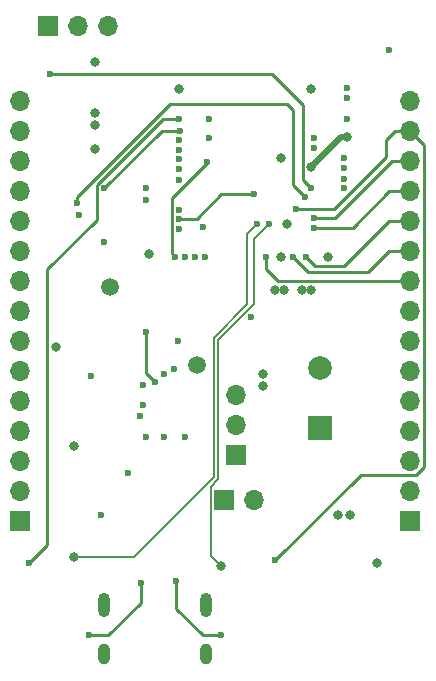
<source format=gbr>
%TF.GenerationSoftware,KiCad,Pcbnew,7.0.1*%
%TF.CreationDate,2023-05-27T11:13:56+02:00*%
%TF.ProjectId,SunSparkESP32,53756e53-7061-4726-9b45-535033322e6b,2.0*%
%TF.SameCoordinates,Original*%
%TF.FileFunction,Copper,L3,Inr*%
%TF.FilePolarity,Positive*%
%FSLAX46Y46*%
G04 Gerber Fmt 4.6, Leading zero omitted, Abs format (unit mm)*
G04 Created by KiCad (PCBNEW 7.0.1) date 2023-05-27 11:13:56*
%MOMM*%
%LPD*%
G01*
G04 APERTURE LIST*
%TA.AperFunction,ComponentPad*%
%ADD10O,1.000000X2.100000*%
%TD*%
%TA.AperFunction,ComponentPad*%
%ADD11O,1.000000X1.800000*%
%TD*%
%TA.AperFunction,ComponentPad*%
%ADD12R,1.700000X1.700000*%
%TD*%
%TA.AperFunction,ComponentPad*%
%ADD13O,1.700000X1.700000*%
%TD*%
%TA.AperFunction,ComponentPad*%
%ADD14C,1.500000*%
%TD*%
%TA.AperFunction,ComponentPad*%
%ADD15R,2.000000X2.000000*%
%TD*%
%TA.AperFunction,ComponentPad*%
%ADD16C,2.000000*%
%TD*%
%TA.AperFunction,ViaPad*%
%ADD17C,0.800000*%
%TD*%
%TA.AperFunction,ViaPad*%
%ADD18C,0.600000*%
%TD*%
%TA.AperFunction,Conductor*%
%ADD19C,0.250000*%
%TD*%
%TA.AperFunction,Conductor*%
%ADD20C,0.500000*%
%TD*%
%TA.AperFunction,Conductor*%
%ADD21C,0.200000*%
%TD*%
G04 APERTURE END LIST*
D10*
%TO.N,GND*%
%TO.C,J2*%
X61720000Y-90875000D03*
D11*
X61720000Y-95055000D03*
D10*
X70360000Y-90875000D03*
D11*
X70360000Y-95055000D03*
%TD*%
D12*
%TO.N,GND1*%
%TO.C,J5*%
X56911000Y-41885000D03*
D13*
%TO.N,Net-(J5-Pin_2)*%
X59451000Y-41885000D03*
%TO.N,Net-(J5-Pin_3)*%
X61991000Y-41885000D03*
%TD*%
D12*
%TO.N,Net-(J1-Pin_1)*%
%TO.C,J1*%
X71882000Y-82042000D03*
D13*
%TO.N,GND*%
X74422000Y-82042000D03*
%TD*%
D14*
%TO.N,BCKP*%
%TO.C,J8*%
X69596000Y-70612000D03*
%TD*%
D12*
%TO.N,+BATT*%
%TO.C,J4*%
X87630000Y-83820000D03*
D13*
%TO.N,Net-(J4-Pin_2)*%
X87630000Y-81280000D03*
%TO.N,Net-(J4-Pin_3)*%
X87630000Y-78740000D03*
%TO.N,Net-(J4-Pin_4)*%
X87630000Y-76200000D03*
%TO.N,Net-(J4-Pin_5)*%
X87630000Y-73660000D03*
%TO.N,Net-(J4-Pin_6)*%
X87630000Y-71120000D03*
%TO.N,Net-(J4-Pin_7)*%
X87630000Y-68580000D03*
%TO.N,Net-(J4-Pin_8)*%
X87630000Y-66040000D03*
%TO.N,/IO0*%
X87630000Y-63500000D03*
%TO.N,/IO1*%
X87630000Y-60960000D03*
%TO.N,/IO2*%
X87630000Y-58420000D03*
%TO.N,/IO3*%
X87630000Y-55880000D03*
%TO.N,/IO4*%
X87630000Y-53340000D03*
%TO.N,rst_btn*%
X87630000Y-50800000D03*
%TO.N,GND1*%
X87630000Y-48260000D03*
%TD*%
D15*
%TO.N,Net-(J3-Pin_2)*%
%TO.C,C3*%
X80010000Y-75866000D03*
D16*
%TO.N,GND*%
X80010000Y-70866000D03*
%TD*%
D12*
%TO.N,GND1*%
%TO.C,J6*%
X54610000Y-83820000D03*
D13*
%TO.N,Net-(J6-Pin_2)*%
X54610000Y-81280000D03*
%TO.N,MISO*%
X54610000Y-78740000D03*
%TO.N,SCLK*%
X54610000Y-76200000D03*
%TO.N,MOSI*%
X54610000Y-73660000D03*
%TO.N,CS0*%
X54610000Y-71120000D03*
%TO.N,AUX_SW*%
X54610000Y-68580000D03*
%TO.N,Net-(J6-Pin_8)*%
X54610000Y-66040000D03*
%TO.N,Net-(J6-Pin_9)*%
X54610000Y-63500000D03*
%TO.N,Net-(J6-Pin_10)*%
X54610000Y-60960000D03*
%TO.N,Net-(J6-Pin_11)*%
X54610000Y-58420000D03*
%TO.N,Net-(J6-Pin_12)*%
X54610000Y-55880000D03*
%TO.N,Net-(J6-Pin_13)*%
X54610000Y-53340000D03*
%TO.N,Net-(J6-Pin_14)*%
X54610000Y-50800000D03*
%TO.N,+BATT*%
X54610000Y-48260000D03*
%TD*%
D12*
%TO.N,V_AUX*%
%TO.C,J3*%
X72873000Y-78217000D03*
D13*
%TO.N,Net-(J3-Pin_2)*%
X72873000Y-75677000D03*
%TO.N,Net-(J3-Pin_3)*%
X72873000Y-73137000D03*
%TD*%
D14*
%TO.N,Net-(J7-Pin_1)*%
%TO.C,J7*%
X62230000Y-64008000D03*
%TD*%
D17*
%TO.N,Net-(D1-A)*%
X75184000Y-71374000D03*
X75184000Y-72390000D03*
X82550000Y-83312000D03*
X81534000Y-83312000D03*
%TO.N,GND*%
X57658000Y-69088000D03*
X84836000Y-87376000D03*
D18*
X68580000Y-76708000D03*
D17*
X59182000Y-77470000D03*
D18*
X64770000Y-74930000D03*
X67647500Y-70949500D03*
%TO.N,Net-(U1-CBP)*%
X63754000Y-79756000D03*
X66802000Y-76708000D03*
%TO.N,rst_btn*%
X76200000Y-87122000D03*
X82296000Y-47136000D03*
X85852000Y-43942000D03*
X77978000Y-57404000D03*
D17*
%TO.N,+BATT*%
X77216000Y-58674000D03*
X60960000Y-50292000D03*
X60960000Y-49276000D03*
X76708000Y-61468000D03*
X82296000Y-51308000D03*
X79248000Y-53848000D03*
D18*
%TO.N,Net-(J4-Pin_3)*%
X70104000Y-58928000D03*
%TO.N,Net-(J6-Pin_2)*%
X69410000Y-61468000D03*
%TO.N,Net-(J6-Pin_8)*%
X65278000Y-56642000D03*
%TO.N,Net-(J6-Pin_9)*%
X65278000Y-55626000D03*
%TO.N,Net-(J6-Pin_10)*%
X68072000Y-54901503D03*
%TO.N,Net-(J6-Pin_11)*%
X68072000Y-53960509D03*
%TO.N,Net-(J6-Pin_12)*%
X68072000Y-53161006D03*
%TO.N,Net-(J6-Pin_13)*%
X68072000Y-52361503D03*
%TO.N,Net-(J6-Pin_14)*%
X68072000Y-51562000D03*
%TO.N,Net-(J4-Pin_4)*%
X82042000Y-55626000D03*
%TO.N,Net-(J4-Pin_5)*%
X82042000Y-54786000D03*
%TO.N,Net-(J4-Pin_6)*%
X82042000Y-53885503D03*
%TO.N,Net-(J4-Pin_8)*%
X82276000Y-47986000D03*
%TO.N,Net-(J4-Pin_2)*%
X70209503Y-61468000D03*
%TO.N,/IO0*%
X75438000Y-61468000D03*
%TO.N,/IO1*%
X77724000Y-61468000D03*
%TO.N,/IO2*%
X78760000Y-61448000D03*
%TO.N,/IO3*%
X79502000Y-58965503D03*
%TO.N,/IO4*%
X79502000Y-58166000D03*
%TO.N,Net-(J5-Pin_3)*%
X79489416Y-52180354D03*
%TO.N,PGOOD*%
X67934500Y-68580000D03*
X74168000Y-66548000D03*
%TO.N,Net-(J5-Pin_2)*%
X79502080Y-51380952D03*
%TO.N,Net-(U1-MPPT)*%
X61468000Y-83312000D03*
X65278000Y-76708000D03*
%TO.N,Net-(U1-REF)*%
X66802000Y-71374000D03*
X60578647Y-71500647D03*
%TO.N,Net-(U1-TERM)*%
X65024000Y-72273500D03*
X64999576Y-73935723D03*
D17*
%TO.N,USB_DN*%
X59182000Y-86868000D03*
D18*
X74676000Y-58674000D03*
%TO.N,USB_DP*%
X75692000Y-58674000D03*
D17*
X71628000Y-87630000D03*
D18*
%TO.N,ADC_BAT*%
X61722000Y-55626000D03*
X68084802Y-50743360D03*
%TO.N,boot_btn*%
X68072000Y-49784000D03*
X55372000Y-87376000D03*
%TO.N,Net-(U1-SETPG)*%
X65278000Y-67818000D03*
X66040000Y-71998500D03*
%TO.N,Net-(J2-CC1)*%
X64794381Y-89045049D03*
X60452000Y-93472000D03*
%TO.N,Net-(J2-CC2)*%
X67818000Y-88900000D03*
X71628000Y-93472000D03*
D17*
%TO.N,GND1*%
X79248000Y-47244000D03*
X65532000Y-61214000D03*
X60960000Y-52324000D03*
X76962000Y-64262000D03*
X78486000Y-64262000D03*
D18*
X82296000Y-49784000D03*
D17*
X79248000Y-64262000D03*
X76200000Y-64262000D03*
D18*
X59551500Y-57912000D03*
D17*
X76708000Y-53086000D03*
X60960000Y-44958000D03*
X80660000Y-61468000D03*
X68072000Y-47244000D03*
D18*
%TO.N,AUX_SW_CTRL*%
X68072000Y-57441503D03*
X61722000Y-60198000D03*
%TO.N,Net-(J4-Pin_7)*%
X82042000Y-53086000D03*
%TO.N,MISO*%
X68560000Y-61468000D03*
X70612000Y-49783500D03*
%TO.N,SCLK*%
X70374000Y-53356000D03*
X67710000Y-61443178D03*
%TO.N,MOSI*%
X70612000Y-51356000D03*
X68072000Y-59040509D03*
%TO.N,CS0*%
X74422000Y-56134000D03*
X68072000Y-58241006D03*
%TO.N,DIO2*%
X79248000Y-55626000D03*
X57150000Y-45974000D03*
%TO.N,DIO3*%
X78740000Y-56388000D03*
X59436000Y-56896000D03*
%TD*%
D19*
%TO.N,rst_btn*%
X87630000Y-50800000D02*
X88805000Y-51975000D01*
X85598000Y-52953884D02*
X85598000Y-51562000D01*
X83407000Y-79915000D02*
X76200000Y-87122000D01*
X77978000Y-57404000D02*
X81147884Y-57404000D01*
X81147884Y-57404000D02*
X85598000Y-52953884D01*
X85598000Y-51562000D02*
X86360000Y-50800000D01*
X88805000Y-79226701D02*
X88116701Y-79915000D01*
X86360000Y-50800000D02*
X87630000Y-50800000D01*
X88805000Y-51975000D02*
X88805000Y-79226701D01*
X88116701Y-79915000D02*
X83407000Y-79915000D01*
D20*
%TO.N,+BATT*%
X82296000Y-51308000D02*
X81788000Y-51308000D01*
X81788000Y-51308000D02*
X79248000Y-53848000D01*
D19*
%TO.N,/IO0*%
X75438000Y-61468000D02*
X75438000Y-62484000D01*
X76454000Y-63500000D02*
X87630000Y-63500000D01*
X75438000Y-62484000D02*
X76454000Y-63500000D01*
%TO.N,/IO1*%
X78994000Y-62738000D02*
X84074000Y-62738000D01*
X85852000Y-60960000D02*
X87630000Y-60960000D01*
X84074000Y-62738000D02*
X85852000Y-60960000D01*
X77724000Y-61468000D02*
X78994000Y-62738000D01*
%TO.N,/IO2*%
X85852000Y-58420000D02*
X87630000Y-58420000D01*
X78760000Y-61448000D02*
X79542000Y-62230000D01*
X79542000Y-62230000D02*
X82042000Y-62230000D01*
X82042000Y-62230000D02*
X85852000Y-58420000D01*
%TO.N,/IO3*%
X79502000Y-58965503D02*
X82766497Y-58965503D01*
X85852000Y-55880000D02*
X87630000Y-55880000D01*
X82766497Y-58965503D02*
X85852000Y-55880000D01*
%TO.N,/IO4*%
X79502000Y-58166000D02*
X81280000Y-58166000D01*
X86106000Y-53340000D02*
X87630000Y-53340000D01*
X81280000Y-58166000D02*
X86106000Y-53340000D01*
D21*
%TO.N,USB_DN*%
X73834751Y-59515249D02*
X73834751Y-65396350D01*
X64190315Y-86868000D02*
X59182000Y-86868000D01*
X70974000Y-68257101D02*
X70974000Y-80084314D01*
X73834751Y-65396350D02*
X70974000Y-68257101D01*
X70974000Y-80084314D02*
X64190315Y-86868000D01*
X74676000Y-58674000D02*
X73834751Y-59515249D01*
%TO.N,USB_DP*%
X70732000Y-86734000D02*
X71628000Y-87630000D01*
X70732000Y-80892000D02*
X70732000Y-86734000D01*
X74422000Y-65445471D02*
X71374000Y-68493471D01*
X74422000Y-59944000D02*
X74422000Y-65445471D01*
X71374000Y-80250000D02*
X70732000Y-80892000D01*
X75692000Y-58674000D02*
X74422000Y-59944000D01*
X71374000Y-68493471D02*
X71374000Y-80250000D01*
D19*
%TO.N,ADC_BAT*%
X66604640Y-50743360D02*
X61722000Y-55626000D01*
X68084802Y-50743360D02*
X66604640Y-50743360D01*
%TO.N,boot_btn*%
X56896000Y-85852000D02*
X55372000Y-87376000D01*
X56896000Y-62484000D02*
X56896000Y-85852000D01*
X66680116Y-49784000D02*
X61097000Y-55367116D01*
X68072000Y-49784000D02*
X66680116Y-49784000D01*
X61097000Y-55367116D02*
X61097000Y-58283000D01*
X61097000Y-58283000D02*
X56896000Y-62484000D01*
%TO.N,Net-(U1-SETPG)*%
X65278000Y-71236500D02*
X66040000Y-71998500D01*
X65278000Y-67818000D02*
X65278000Y-71236500D01*
%TO.N,Net-(J2-CC1)*%
X64794381Y-89045049D02*
X64794381Y-90720568D01*
X64794381Y-90720568D02*
X62042949Y-93472000D01*
X62042949Y-93472000D02*
X60452000Y-93472000D01*
%TO.N,Net-(J2-CC2)*%
X71628000Y-93472000D02*
X70037051Y-93472000D01*
X70037051Y-93472000D02*
X67818000Y-91252949D01*
X67818000Y-91252949D02*
X67818000Y-88900000D01*
%TO.N,SCLK*%
X70374000Y-53483387D02*
X67447000Y-56410387D01*
X67447000Y-61180178D02*
X67710000Y-61443178D01*
X67447000Y-56410387D02*
X67447000Y-61180178D01*
X70374000Y-53356000D02*
X70374000Y-53483387D01*
%TO.N,CS0*%
X69520994Y-58241006D02*
X68072000Y-58241006D01*
X71628000Y-56134000D02*
X69520994Y-58241006D01*
X74422000Y-56134000D02*
X71628000Y-56134000D01*
%TO.N,DIO2*%
X79248000Y-55626000D02*
X78523000Y-54901000D01*
X78523000Y-48551000D02*
X75946000Y-45974000D01*
X78523000Y-54901000D02*
X78523000Y-48551000D01*
X75946000Y-45974000D02*
X57150000Y-45974000D01*
%TO.N,DIO3*%
X78740000Y-56388000D02*
X77724000Y-55372000D01*
X59436000Y-56388000D02*
X59436000Y-56896000D01*
X77724000Y-49022000D02*
X77216000Y-48514000D01*
X77216000Y-48514000D02*
X67310000Y-48514000D01*
X67310000Y-48514000D02*
X59436000Y-56388000D01*
X77724000Y-55372000D02*
X77724000Y-49022000D01*
%TD*%
M02*

</source>
